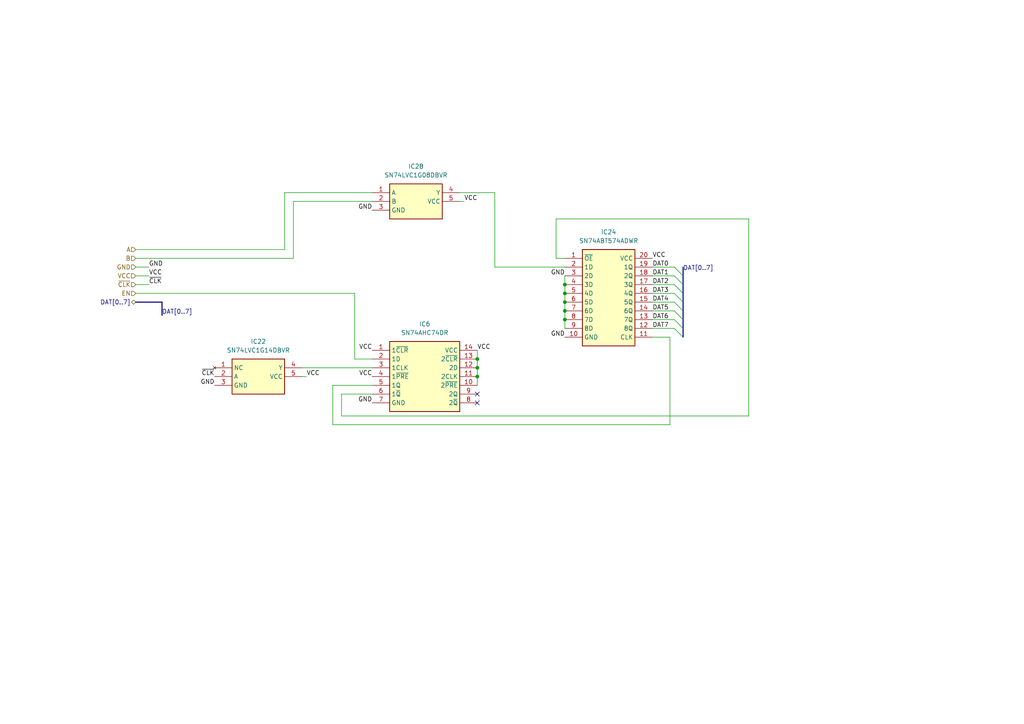
<source format=kicad_sch>
(kicad_sch (version 20250114) (generator "eeschema") (generator_version "9.0")
  (paper "A4")
  (lib_symbols
    (symbol "Samacsys:SN74ABT574ADWR"
      (property "Reference" "IC" (at 21.59 7.62 0))
      (property "Value" "SN74ABT574ADWR" (at 21.59 5.08 0))
      (symbol "SN74ABT574ADWR_1_1"
        (rectangle (start 5.08 2.54) (end 20.32 -25.4) (stroke (width 0.254)) (fill (type background)))
        (pin passive line (at 0 0 0) (length 5.08) (name "~{OE}") (number "1"))
        (pin passive line (at 0 -2.54 0) (length 5.08) (name "1D") (number "2"))
        (pin passive line (at 0 -5.08 0) (length 5.08) (name "2D") (number "3"))
        (pin passive line (at 0 -7.62 0) (length 5.08) (name "3D") (number "4"))
        (pin passive line (at 0 -10.16 0) (length 5.08) (name "4D") (number "5"))
        (pin passive line (at 0 -12.7 0) (length 5.08) (name "5D") (number "6"))
        (pin passive line (at 0 -15.24 0) (length 5.08) (name "6D") (number "7"))
        (pin passive line (at 0 -17.78 0) (length 5.08) (name "7D") (number "8"))
        (pin passive line (at 0 -20.32 0) (length 5.08) (name "8D") (number "9"))
        (pin passive line (at 0 -22.86 0) (length 5.08) (name "GND") (number "10"))
        (pin passive line (at 25.4 0 180) (length 5.08) (name "VCC") (number "20"))
        (pin passive line (at 25.4 -2.54 180) (length 5.08) (name "1Q") (number "19"))
        (pin passive line (at 25.4 -5.08 180) (length 5.08) (name "2Q") (number "18"))
        (pin passive line (at 25.4 -7.62 180) (length 5.08) (name "3Q") (number "17"))
        (pin passive line (at 25.4 -10.16 180) (length 5.08) (name "4Q") (number "16"))
        (pin passive line (at 25.4 -12.7 180) (length 5.08) (name "5Q") (number "15"))
        (pin passive line (at 25.4 -15.24 180) (length 5.08) (name "6Q") (number "14"))
        (pin passive line (at 25.4 -17.78 180) (length 5.08) (name "7Q") (number "13"))
        (pin passive line (at 25.4 -20.32 180) (length 5.08) (name "8Q") (number "12"))
        (pin passive line (at 25.4 -22.86 180) (length 5.08) (name "CLK") (number "11"))
      )
    )
    (symbol "Samacsys:SN74AHC74DR"
      (property "Reference" "IC" (at 26.67 7.62 0))
      (property "Value" "SN74AHC74DR" (at 26.67 5.08 0))
      (symbol "SN74AHC74DR_1_1"
        (rectangle (start 5.08 2.54) (end 25.4 -17.78) (stroke (width 0.254)) (fill (type background)))
        (pin passive line (at 0 0 0) (length 5.08) (name "1~{CLR}") (number "1"))
        (pin passive line (at 0 -2.54 0) (length 5.08) (name "1D") (number "2"))
        (pin passive line (at 0 -5.08 0) (length 5.08) (name "1CLK") (number "3"))
        (pin passive line (at 0 -7.62 0) (length 5.08) (name "1~{PRE}") (number "4"))
        (pin passive line (at 0 -10.16 0) (length 5.08) (name "1Q") (number "5"))
        (pin passive line (at 0 -12.7 0) (length 5.08) (name "1~{Q}") (number "6"))
        (pin passive line (at 0 -15.24 0) (length 5.08) (name "GND") (number "7"))
        (pin passive line (at 30.48 0 180) (length 5.08) (name "VCC") (number "14"))
        (pin passive line (at 30.48 -2.54 180) (length 5.08) (name "2~{CLR}") (number "13"))
        (pin passive line (at 30.48 -5.08 180) (length 5.08) (name "2D") (number "12"))
        (pin passive line (at 30.48 -7.62 180) (length 5.08) (name "2CLK") (number "11"))
        (pin passive line (at 30.48 -10.16 180) (length 5.08) (name "2~{PRE}") (number "10"))
        (pin passive line (at 30.48 -12.7 180) (length 5.08) (name "2Q") (number "9"))
        (pin passive line (at 30.48 -15.24 180) (length 5.08) (name "2~{Q}") (number "8"))
      )
    )
    (symbol "Samacsys:SN74LVC1G08DBVR"
      (property "Reference" "IC" (at 21.59 7.62 0))
      (property "Value" "SN74LVC1G08DBVR" (at 21.59 5.08 0))
      (symbol "SN74LVC1G08DBVR_1_1"
        (rectangle (start 5.08 2.54) (end 20.32 -7.62) (stroke (width 0.254)) (fill (type background)))
        (pin input line (at 0 0 0) (length 5.08) (name "A") (number "1"))
        (pin input line (at 0 -2.54 0) (length 5.08) (name "B") (number "2"))
        (pin power_in line (at 0 -5.08 0) (length 5.08) (name "GND") (number "3"))
        (pin output line (at 25.4 0 180) (length 5.08) (name "Y") (number "4"))
        (pin power_in line (at 25.4 -2.54 180) (length 5.08) (name "VCC") (number "5"))
      )
    )
    (symbol "Samacsys:SN74LVC1G14DBVR"
      (property "Reference" "IC" (at 21.59 7.62 0))
      (property "Value" "SN74LVC1G14DBVR" (at 21.59 5.08 0))
      (symbol "SN74LVC1G14DBVR_1_1"
        (rectangle (start 5.08 2.54) (end 20.32 -7.62) (stroke (width 0.254)) (fill (type background)))
        (pin no_connect line (at 0 0 0) (length 5.08) (name "NC") (number "1"))
        (pin passive line (at 0 -2.54 0) (length 5.08) (name "A") (number "2"))
        (pin passive line (at 0 -5.08 0) (length 5.08) (name "GND") (number "3"))
        (pin passive line (at 25.4 0 180) (length 5.08) (name "Y") (number "4"))
        (pin passive line (at 25.4 -2.54 180) (length 5.08) (name "VCC") (number "5"))
      )
    )
  )
  (junction (at 163.83 85.09))
  (junction (at 138.43 109.22))
  (junction (at 138.43 106.68))
  (junction (at 163.83 87.63))
  (junction (at 163.83 82.55))
  (junction (at 163.83 92.71))
  (junction (at 163.83 90.17))
  (junction (at 138.43 104.14))
  (no_connect (at 138.43 116.84))
  (no_connect (at 138.43 114.3))
  (bus_entry (at 198.12 87.63) (size -2.54 -2.54))
  (bus_entry (at 195.58 87.63) (size 2.54 2.54))
  (bus_entry (at 195.58 92.71) (size 2.54 2.54))
  (bus_entry (at 195.58 90.17) (size 2.54 2.54))
  (bus_entry (at 198.12 80.01) (size -2.54 -2.54))
  (bus_entry (at 198.12 85.09) (size -2.54 -2.54))
  (bus_entry (at 198.12 82.55) (size -2.54 -2.54))
  (bus_entry (at 195.58 95.25) (size 2.54 2.54))
  (wire (pts (xy 102.87 85.09) (xy 102.87 104.14)))
  (bus (pts (xy 198.12 80.01) (xy 198.12 82.55)))
  (wire (pts (xy 39.37 85.09) (xy 102.87 85.09)))
  (bus (pts (xy 198.12 90.17) (xy 198.12 92.71)))
  (bus (pts (xy 198.12 95.25) (xy 198.12 97.79)))
  (wire (pts (xy 161.29 63.5) (xy 161.29 74.93)))
  (wire (pts (xy 189.23 95.25) (xy 195.58 95.25)))
  (wire (pts (xy 189.23 80.01) (xy 195.58 80.01)))
  (wire (pts (xy 163.83 87.63) (xy 163.83 90.17)))
  (wire (pts (xy 189.23 92.71) (xy 195.58 92.71)))
  (wire (pts (xy 138.43 104.14) (xy 138.43 106.68)))
  (wire (pts (xy 87.63 106.68) (xy 107.95 106.68)))
  (bus (pts (xy 198.12 82.55) (xy 198.12 85.09)))
  (wire (pts (xy 138.43 106.68) (xy 138.43 109.22)))
  (wire (pts (xy 143.51 55.88) (xy 133.35 55.88)))
  (wire (pts (xy 85.09 74.93) (xy 85.09 58.42)))
  (wire (pts (xy 189.23 90.17) (xy 195.58 90.17)))
  (wire (pts (xy 82.55 55.88) (xy 107.95 55.88)))
  (bus (pts (xy 198.12 85.09) (xy 198.12 87.63)))
  (wire (pts (xy 107.95 114.3) (xy 99.06 114.3)))
  (wire (pts (xy 133.35 58.42) (xy 134.62 58.42)))
  (wire (pts (xy 85.09 58.42) (xy 107.95 58.42)))
  (bus (pts (xy 198.12 92.71) (xy 198.12 95.25)))
  (wire (pts (xy 87.63 109.22) (xy 88.9 109.22)))
  (wire (pts (xy 138.43 109.22) (xy 138.43 111.76)))
  (wire (pts (xy 143.51 77.47) (xy 143.51 55.88)))
  (wire (pts (xy 163.83 92.71) (xy 163.83 95.25)))
  (wire (pts (xy 194.31 97.79) (xy 194.31 123.19)))
  (wire (pts (xy 189.23 77.47) (xy 195.58 77.47)))
  (wire (pts (xy 163.83 90.17) (xy 163.83 92.71)))
  (wire (pts (xy 189.23 87.63) (xy 195.58 87.63)))
  (wire (pts (xy 189.23 85.09) (xy 195.58 85.09)))
  (wire (pts (xy 43.18 80.01) (xy 39.37 80.01)))
  (bus (pts (xy 198.12 77.47) (xy 198.12 80.01)))
  (wire (pts (xy 43.18 82.55) (xy 39.37 82.55)))
  (wire (pts (xy 82.55 72.39) (xy 82.55 55.88)))
  (wire (pts (xy 161.29 74.93) (xy 163.83 74.93)))
  (bus (pts (xy 198.12 87.63) (xy 198.12 90.17)))
  (wire (pts (xy 189.23 82.55) (xy 195.58 82.55)))
  (wire (pts (xy 102.87 104.14) (xy 107.95 104.14)))
  (wire (pts (xy 217.17 63.5) (xy 161.29 63.5)))
  (wire (pts (xy 43.18 77.47) (xy 39.37 77.47)))
  (wire (pts (xy 96.52 111.76) (xy 96.52 123.19)))
  (wire (pts (xy 99.06 120.65) (xy 217.17 120.65)))
  (wire (pts (xy 99.06 114.3) (xy 99.06 120.65)))
  (wire (pts (xy 194.31 97.79) (xy 189.23 97.79)))
  (wire (pts (xy 163.83 80.01) (xy 163.83 82.55)))
  (wire (pts (xy 96.52 123.19) (xy 194.31 123.19)))
  (bus (pts (xy 46.99 87.63) (xy 46.99 91.44)))
  (wire (pts (xy 39.37 72.39) (xy 82.55 72.39)))
  (wire (pts (xy 138.43 101.6) (xy 138.43 104.14)))
  (bus (pts (xy 39.37 87.63) (xy 46.99 87.63)))
  (wire (pts (xy 163.83 85.09) (xy 163.83 87.63)))
  (wire (pts (xy 163.83 77.47) (xy 143.51 77.47)))
  (wire (pts (xy 217.17 120.65) (xy 217.17 63.5)))
  (wire (pts (xy 163.83 82.55) (xy 163.83 85.09)))
  (wire (pts (xy 39.37 74.93) (xy 85.09 74.93)))
  (wire (pts (xy 107.95 111.76) (xy 96.52 111.76)))
  (label "DAT6" (at 189.23 92.71 0))
  (label "GND" (at 107.95 116.84 180))
  (label "VCC" (at 134.62 58.42 0))
  (label "GND" (at 62.23 111.76 180))
  (label "GND" (at 43.18 77.47 0))
  (label "DAT2" (at 189.23 82.55 0))
  (label "DAT3" (at 189.23 85.09 0))
  (label "VCC" (at 88.9 109.22 0))
  (label "GND" (at 107.95 60.96 180))
  (label "DAT1" (at 189.23 80.01 0))
  (label "VCC" (at 43.18 80.01 0))
  (label "DAT7" (at 189.23 95.25 0))
  (label "DAT0" (at 189.23 77.47 0))
  (label "GND" (at 163.83 80.01 180))
  (label "GND" (at 163.83 97.79 180))
  (label "~{CLK}" (at 62.23 109.22 180))
  (label "DAT[0..7]" (at 198.12 78.74 0))
  (label "VCC" (at 107.95 109.22 180))
  (label "DAT5" (at 189.23 90.17 0))
  (label "~{CLK}" (at 43.18 82.55 0))
  (label "DAT[0..7]" (at 46.99 91.44 0))
  (label "DAT4" (at 189.23 87.63 0))
  (label "VCC" (at 189.23 74.93 0))
  (label "VCC" (at 107.95 101.6 180))
  (label "VCC" (at 138.43 101.6 0))
  (hierarchical_label "~{CLK}" (shape input) (at 39.37 82.55 180))
  (hierarchical_label "EN" (shape input) (at 39.37 85.09 180))
  (hierarchical_label "GND" (shape input) (at 39.37 77.47 180))
  (hierarchical_label "VCC" (shape input) (at 39.37 80.01 180))
  (hierarchical_label "DAT[0..7]" (shape tri_state) (at 39.37 87.63 180))
  (hierarchical_label "B" (shape input) (at 39.37 74.93 180))
  (hierarchical_label "A" (shape input) (at 39.37 72.39 180))
  (symbol (lib_id "Samacsys:SN74AHC74DR") (at 107.95 101.6 0) (unit 1)
    (property "Reference" "IC6" (at 123.19 93.98 0))
    (property "Value" "SN74AHC74DR" (at 123.19 96.52 0))
    (property "Footprint" "Samacsys:SOIC127P600X175-14N" (effects (hide yes)))
    (property "Datasheet" "http://www.ti.com/lit/gpn/sn74ahc74" (effects (hide yes)))
    (property "Description" "Dual Positive-Edge-Triggered D-Type Flip-Flops With Clear and Preset" (effects (hide yes)))
    (property "Height" "1.75" (effects (hide yes)))
    (property "Mouser Part Number" "595-SN74AHC74DR" (effects (hide yes)))
    (property "Mouser Price/Stock" "https://www.mouser.co.uk/ProductDetail/Texas-Instruments/SN74AHC74DR?qs=st7IWvlL5%2FgP9OJq63EsFQ%3D%3D" (effects (hide yes)))
    (property "Manufacturer_Name" "Texas Instruments" (effects (hide yes)))
    (property "Manufacturer_Part_Number" "SN74AHC74DR" (effects (hide yes)))
  )
  (symbol (lib_id "Samacsys:SN74ABT574ADWR") (at 163.83 74.93 0) (unit 1)
    (property "Reference" "IC24" (at 176.53 67.31 0))
    (property "Value" "SN74ABT574ADWR" (at 176.53 69.85 0))
    (property "Footprint" "Samacsys:SOIC127P1030X265-20N" (effects (hide yes)))
    (property "Datasheet" "http://www.ti.com/lit/gpn/sn74abt574a" (effects (hide yes)))
    (property "Description" "Texas Instruments SN74ABT574ADWR, D Type Bus Interface Flip Flop, 3-State, 4.5  5.5 V, 20-Pin SOIC" (effects (hide yes)))
    (property "Height" "2.65" (effects (hide yes)))
    (property "Mouser Part Number" "595-SN74ABT574ADWR" (effects (hide yes)))
    (property "Mouser Price/Stock" "https://www.mouser.co.uk/ProductDetail/Texas-Instruments/SN74ABT574ADWR?qs=nMmhAzRCgdCWNOUsuPi1DA%3D%3D" (effects (hide yes)))
    (property "Manufacturer_Name" "Texas Instruments" (effects (hide yes)))
    (property "Manufacturer_Part_Number" "SN74ABT574ADWR" (effects (hide yes)))
  )
  (symbol (lib_id "Samacsys:SN74LVC1G14DBVR") (at 62.23 106.68 0) (unit 1)
    (property "Reference" "IC22" (at 74.93 99.06 0))
    (property "Value" "SN74LVC1G14DBVR" (at 74.93 101.6 0))
    (property "Footprint" "Samacsys:SOT95P280X145-5N" (effects (hide yes)))
    (property "Datasheet" "https://datasheet.datasheetarchive.com/originals/distributors/Datasheets-DGA13/1136296.pdf" (effects (hide yes)))
    (property "Description" "TEXAS INSTRUMENTS - SN74LVC1G14DBVR - IC, SCHMITT TRIGGER INVERTER, SMD" (effects (hide yes)))
    (property "Height" "1.45" (effects (hide yes)))
    (property "Mouser Part Number" "595-SN74LVC1G14DBVR" (effects (hide yes)))
    (property "Mouser Price/Stock" "https://www.mouser.co.uk/ProductDetail/Texas-Instruments/SN74LVC1G14DBVR?qs=dT9u2OTAaVWRIgCrQFnxuQ%3D%3D" (effects (hide yes)))
    (property "Manufacturer_Name" "Texas Instruments" (effects (hide yes)))
    (property "Manufacturer_Part_Number" "SN74LVC1G14DBVR" (effects (hide yes)))
  )
  (symbol (lib_id "Samacsys:SN74LVC1G08DBVR") (at 107.95 55.88 0) (unit 1)
    (property "Reference" "IC28" (at 120.65 48.26 0))
    (property "Value" "SN74LVC1G08DBVR" (at 120.65 50.8 0))
    (property "Footprint" "Samacsys:SOT95P280X145-5N" (effects (hide yes)))
    (property "Datasheet" "http://www.ti.com/lit/ds/symlink/sn74lvc1g08.pdf" (effects (hide yes)))
    (property "Description" "SN74LVC1G08 Single 2-Input Positive-AND Gate" (effects (hide yes)))
    (property "Height" "1.45" (effects (hide yes)))
    (property "Mouser Part Number" "595-SN74LVC1G08DBVR" (effects (hide yes)))
    (property "Mouser Price/Stock" "https://www.mouser.co.uk/ProductDetail/Texas-Instruments/SN74LVC1G08DBVR?qs=8yeEWhuAOtNjtL049wSCoQ%3D%3D" (effects (hide yes)))
    (property "Manufacturer_Name" "Texas Instruments" (effects (hide yes)))
    (property "Manufacturer_Part_Number" "SN74LVC1G08DBVR" (effects (hide yes)))
  )
)
</source>
